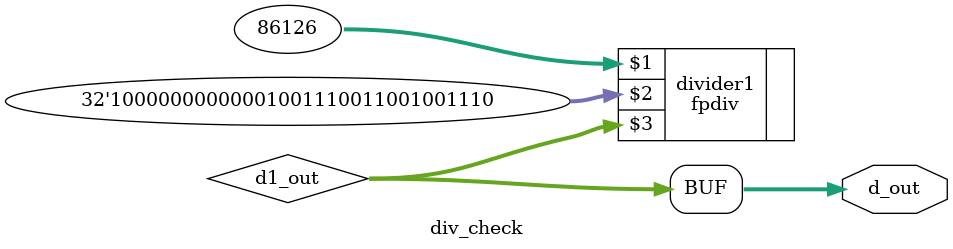
<source format=v>
module div_check (d_out);
	parameter N = 32;
	parameter Q = 16;
	output reg [N-1:0] d_out;
	

parameter [N-1:0]  d1_in1 = 32'b0000000000000001_0101000001101110;
parameter [N-1:0]  d1_in2 = 32'b1000000000000100_1110011001001110;

wire [N-1:0] d1_out;
fpdiv  #(Q,N)	divider1   (d1_in1,d1_in2,d1_out);

always@(*)
begin
 d_out = d1_out;
end



endmodule
</source>
